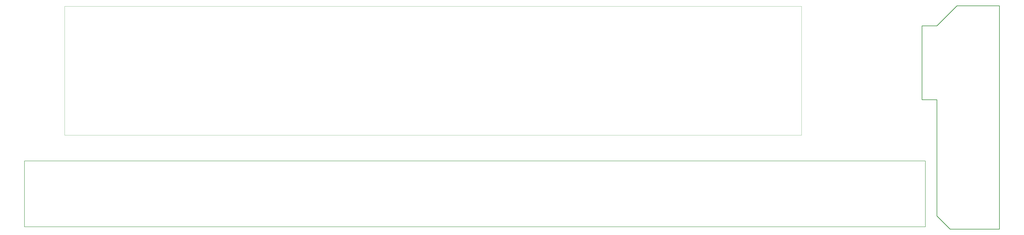
<source format=gbr>
G04 EAGLE Gerber RS-274X export*
G75*
%MOMM*%
%FSLAX34Y34*%
%LPD*%
%IN*%
%IPPOS*%
%AMOC8*
5,1,8,0,0,1.08239X$1,22.5*%
G01*
%ADD10C,0.152400*%
%ADD11C,0.254000*%
%ADD12C,0.101600*%


D10*
X25400Y0D02*
X4015740Y0D01*
X4015740Y292100D01*
X25400Y292100D01*
X25400Y0D01*
D11*
X4343400Y-10160D02*
X4343400Y980440D01*
X4343400Y-10160D02*
X4124960Y-10160D01*
X4066540Y48260D01*
X4066540Y563880D01*
X4000500Y563880D01*
X4000500Y891540D01*
X4066540Y891540D01*
X4155440Y980440D01*
X4343400Y980440D01*
D12*
X203200Y977900D02*
X203200Y406400D01*
X3467100Y406400D01*
X3467100Y977900D01*
X203200Y977900D01*
M02*

</source>
